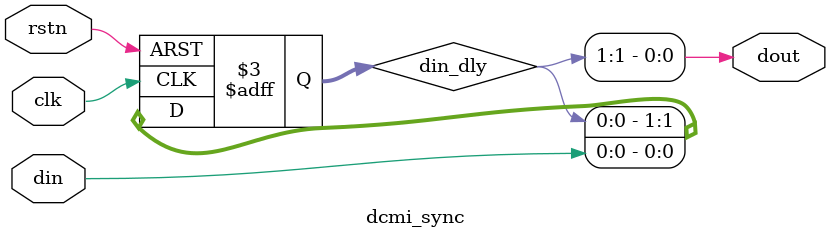
<source format=v>
module dcmi_sync (
    input rstn, clk, din,
    output dout
);
// dly
reg [1:0] din_dly;
always @(posedge clk or negedge rstn)
    if (~rstn)
        din_dly <= 0;
    else
        din_dly <= {din_dly[0], din};
// output
assign dout = din_dly[1];

endmodule


</source>
